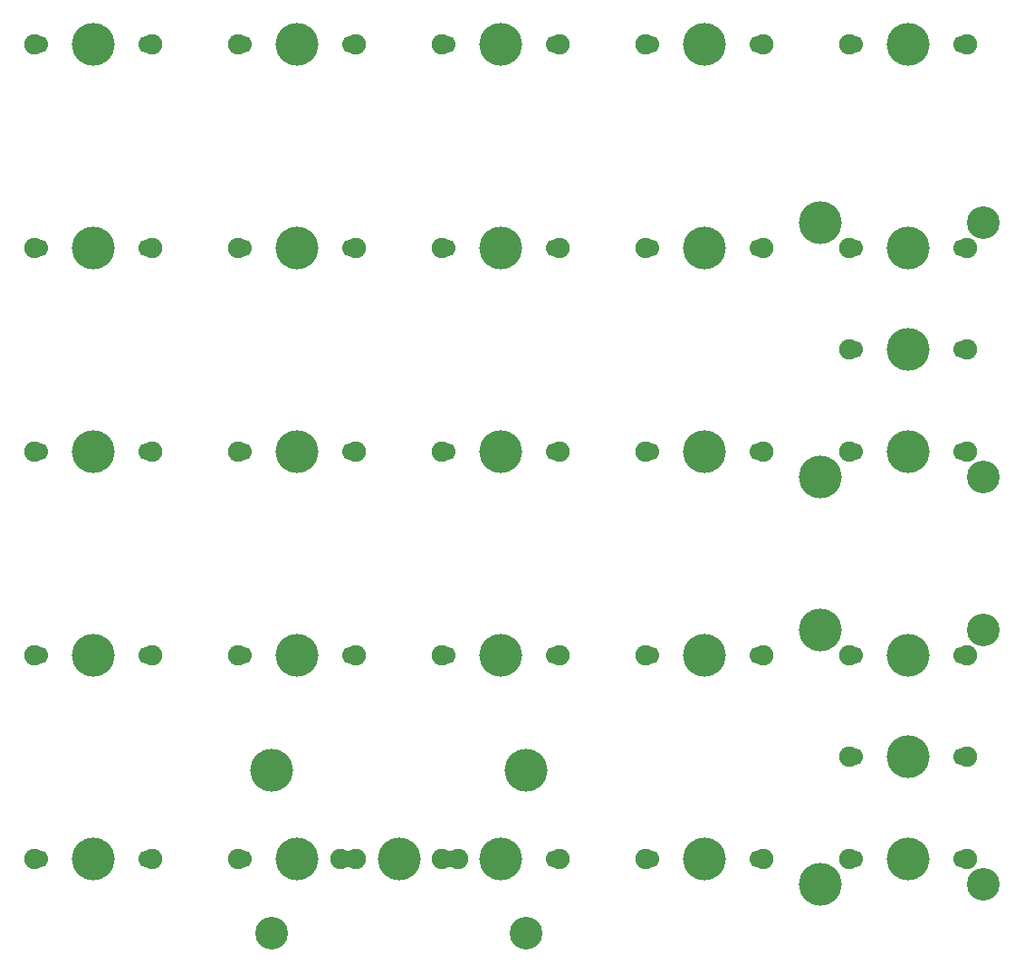
<source format=gts>
G04 #@! TF.GenerationSoftware,KiCad,Pcbnew,(5.1.9)-1*
G04 #@! TF.CreationDate,2021-04-18T15:15:42+09:00*
G04 #@! TF.ProjectId,_____________,f3adfcb9-a4c3-4c12-98e1-a4f3fa7f2e6b,rev?*
G04 #@! TF.SameCoordinates,Original*
G04 #@! TF.FileFunction,Soldermask,Top*
G04 #@! TF.FilePolarity,Negative*
%FSLAX46Y46*%
G04 Gerber Fmt 4.6, Leading zero omitted, Abs format (unit mm)*
G04 Created by KiCad (PCBNEW (5.1.9)-1) date 2021-04-18 15:15:42*
%MOMM*%
%LPD*%
G01*
G04 APERTURE LIST*
%ADD10C,4.000000*%
%ADD11C,3.050000*%
%ADD12C,1.700000*%
%ADD13C,1.900000*%
G04 APERTURE END LIST*
D10*
X82260000Y67025000D03*
D11*
X97500000Y67025000D03*
X97500000Y43225000D03*
D10*
X82260000Y43225000D03*
D12*
X85420000Y55125000D03*
X95580000Y55125000D03*
D13*
X96000000Y55125000D03*
D10*
X90500000Y55125000D03*
D13*
X85000000Y55125000D03*
D12*
X85420000Y45600000D03*
X95580000Y45600000D03*
D13*
X96000000Y45600000D03*
X85000000Y45600000D03*
D10*
X90500000Y45600000D03*
X82260000Y28925000D03*
D11*
X97500000Y28925000D03*
X97500000Y5125000D03*
D10*
X82260000Y5125000D03*
D12*
X85420000Y17025000D03*
X95580000Y17025000D03*
D13*
X96000000Y17025000D03*
D10*
X90500000Y17025000D03*
D13*
X85000000Y17025000D03*
D12*
X85420000Y7500000D03*
X95580000Y7500000D03*
D13*
X96000000Y7500000D03*
X85000000Y7500000D03*
D10*
X90500000Y7500000D03*
X54775000Y15740000D03*
D11*
X54775000Y500000D03*
X30975000Y500000D03*
D10*
X30975000Y15740000D03*
D12*
X47320000Y7500000D03*
X57480000Y7500000D03*
D13*
X57900000Y7500000D03*
D10*
X52400000Y7500000D03*
D13*
X46900000Y7500000D03*
D12*
X37795000Y7500000D03*
X47955000Y7500000D03*
D13*
X48375000Y7500000D03*
X37375000Y7500000D03*
D10*
X42875000Y7500000D03*
D12*
X85420000Y64650000D03*
X95580000Y64650000D03*
D13*
X96000000Y64650000D03*
X85000000Y64650000D03*
D10*
X90500000Y64650000D03*
X71450000Y26550000D03*
D13*
X65950000Y26550000D03*
X76950000Y26550000D03*
D12*
X76530000Y26550000D03*
X66370000Y26550000D03*
X85420000Y26550000D03*
X95580000Y26550000D03*
D13*
X96000000Y26550000D03*
X85000000Y26550000D03*
D10*
X90500000Y26550000D03*
D12*
X28270000Y7500000D03*
X38430000Y7500000D03*
D13*
X38850000Y7500000D03*
X27850000Y7500000D03*
D10*
X33350000Y7500000D03*
D12*
X9220000Y64650000D03*
X19380000Y64650000D03*
D13*
X19800000Y64650000D03*
X8800000Y64650000D03*
D10*
X14300000Y64650000D03*
D12*
X9220000Y7500000D03*
X19380000Y7500000D03*
D13*
X19800000Y7500000D03*
X8800000Y7500000D03*
D10*
X14300000Y7500000D03*
D12*
X85420000Y83700000D03*
X95580000Y83700000D03*
D13*
X96000000Y83700000D03*
X85000000Y83700000D03*
D10*
X90500000Y83700000D03*
D12*
X66370000Y83700000D03*
X76530000Y83700000D03*
D13*
X76950000Y83700000D03*
X65950000Y83700000D03*
D10*
X71450000Y83700000D03*
X71450000Y64650000D03*
D13*
X65950000Y64650000D03*
X76950000Y64650000D03*
D12*
X76530000Y64650000D03*
X66370000Y64650000D03*
X66370000Y45600000D03*
X76530000Y45600000D03*
D13*
X76950000Y45600000D03*
X65950000Y45600000D03*
D10*
X71450000Y45600000D03*
D12*
X66370000Y7500000D03*
X76530000Y7500000D03*
D13*
X76950000Y7500000D03*
X65950000Y7500000D03*
D10*
X71450000Y7500000D03*
D12*
X47320000Y83700000D03*
X57480000Y83700000D03*
D13*
X57900000Y83700000D03*
X46900000Y83700000D03*
D10*
X52400000Y83700000D03*
D12*
X47320000Y64650000D03*
X57480000Y64650000D03*
D13*
X57900000Y64650000D03*
X46900000Y64650000D03*
D10*
X52400000Y64650000D03*
X52400000Y45600000D03*
D13*
X46900000Y45600000D03*
X57900000Y45600000D03*
D12*
X57480000Y45600000D03*
X47320000Y45600000D03*
X47320000Y26550000D03*
X57480000Y26550000D03*
D13*
X57900000Y26550000D03*
X46900000Y26550000D03*
D10*
X52400000Y26550000D03*
D12*
X28270000Y83700000D03*
X38430000Y83700000D03*
D13*
X38850000Y83700000D03*
X27850000Y83700000D03*
D10*
X33350000Y83700000D03*
D12*
X28270000Y64650000D03*
X38430000Y64650000D03*
D13*
X38850000Y64650000D03*
X27850000Y64650000D03*
D10*
X33350000Y64650000D03*
X33350000Y45600000D03*
D13*
X27850000Y45600000D03*
X38850000Y45600000D03*
D12*
X38430000Y45600000D03*
X28270000Y45600000D03*
D10*
X33350000Y26550000D03*
D13*
X27850000Y26550000D03*
X38850000Y26550000D03*
D12*
X38430000Y26550000D03*
X28270000Y26550000D03*
X9220000Y83700000D03*
X19380000Y83700000D03*
D13*
X19800000Y83700000D03*
X8800000Y83700000D03*
D10*
X14300000Y83700000D03*
X14300000Y45600000D03*
D13*
X8800000Y45600000D03*
X19800000Y45600000D03*
D12*
X19380000Y45600000D03*
X9220000Y45600000D03*
X9220000Y26550000D03*
X19380000Y26550000D03*
D13*
X19800000Y26550000D03*
X8800000Y26550000D03*
D10*
X14300000Y26550000D03*
M02*

</source>
